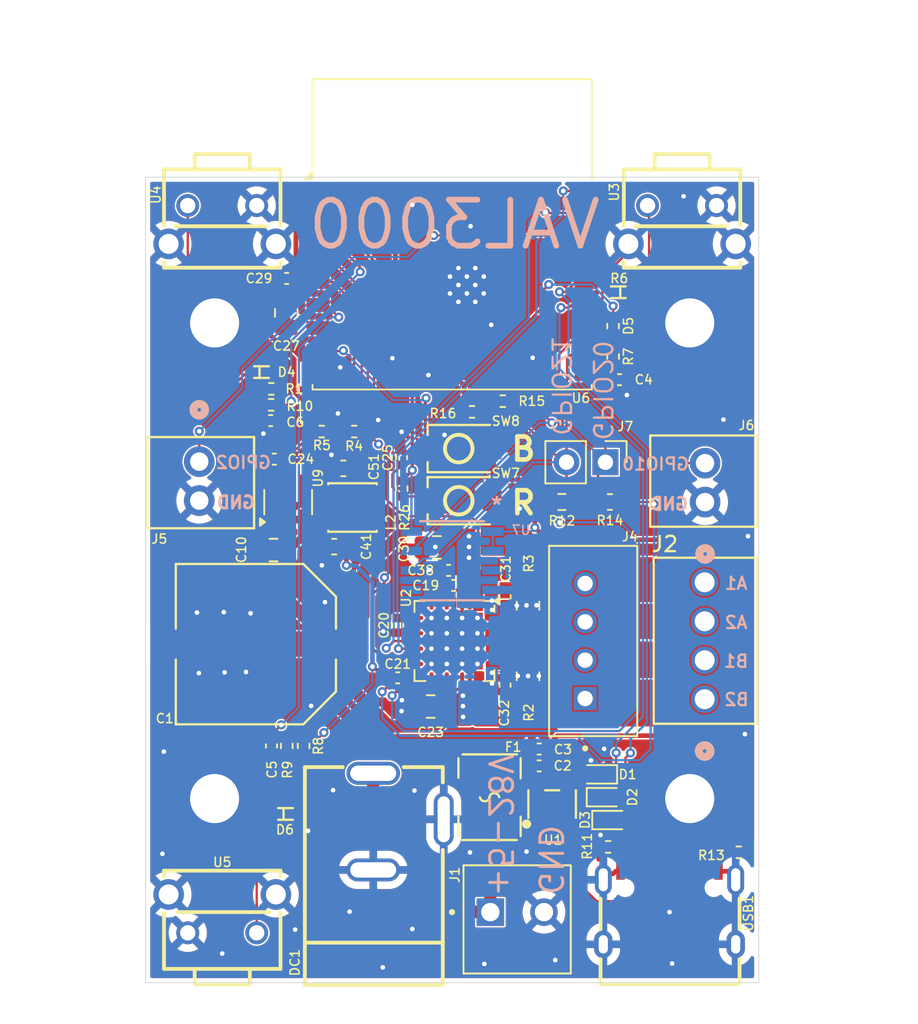
<source format=kicad_pcb>
(kicad_pcb (version 20241229) (generator "pcbnew") (generator_version "9.0")
  (layers (0 "F.Cu" signal) (4 "In1.Cu" mixed "GND3.Cu") (6 "In2.Cu" mixed "GND4.Cu") (2 "B.Cu" signal) (13 "F.Paste" user) (15 "B.Paste" user) (5 "F.SilkS" user "F.Silkscreen") (7 "B.SilkS" user "B.Silkscreen") (1 "F.Mask" user) (3 "B.Mask" user) (25 "Edge.Cuts" user))
  (net 0 "")
  (net 1 "GND")
  (net 2 "24V")
  (net 3 "Net-(U2-CPI)")
  (net 4 "Net-(U2-CPO)")
  (net 5 "Net-(U2-5VOUT)")
  (net 6 "Net-(U6-EN)")
  (net 7 "Net-(U2-VCP)")
  (net 8 "VBUS")
  (net 9 "USB_D-")
  (net 10 "USB_D+")
  (net 11 "Net-(U2-BRA)")
  (net 12 "Net-(U2-BRB)")
  (net 13 "TMC_UART_RX")
  (net 14 "TMC_UART_TX")
  (net 15 "3V3")
  (net 16 "Net-(U9-SW)")
  (net 17 "Net-(U9-BST)")
  (net 18 "TMC_EN")
  (net 19 "Net-(U6-IO9)")
  (net 22 "INDEX")
  (net 27 "STALLGUARD")
  (net 29 "BUTTON_2")
  (net 30 "BUTTON_1")
  (net 31 "BUTTON_WIFI_RESET")
  (net 32 "Net-(D4-Pad1)")
  (net 33 "Net-(D5-Pad1)")
  (net 34 "Net-(D6-Pad1)")
  (net 35 "0B2")
  (net 36 "0B1")
  (net 37 "0A2")
  (net 38 "0A1")
  (net 39 "DIR")
  (net 40 "STEP")
  (net 41 "Net-(USB1-CC1)")
  (net 42 "Net-(USB1-CC2)")
  (net 45 "USER_3{slash}END_1")
  (net 46 "USER_4{slash}END_2")
  (net 49 "USER_1{slash}STEP{slash}SCL")
  (net 50 "USER_2{slash}DIR{slash}SDA")
  (net 51 "Net-(DC1-Pad4)")
  (footprint "TS-1088-AR02016:SW-SMD_L3.9-W3.0-P4.45" (layer "F.Cu") (at 0.43 -3.91)
    (property "Reference" "SW7")
    (property "Value" "TS-1088-AR02016" (hide yes))
  )
  (footprint "footprints:CONN_OSTVN04A150_OST" (layer "F.Cu") (at 16.475 9.025 90)
    (property "Reference" "J2")
    (property "Value" "OSTVN04A150")
  )
  (footprint "Capacitor_SMD:C_0402_1005Metric" (layer "F.Cu") (at 10.92 -11.8 180)
    (property "Reference" "C4")
    (property "Value" "0.1uF" (hide yes))
  )
  (footprint "Resistor_SMD:R_0402_1005Metric" (layer "F.Cu") (at 18.7 19 180)
    (property "Reference" "R13")
    (property "Value" "5.1K" (hide yes))
  )
  (footprint "Capacitor_SMD:C_0402_1005Metric" (layer "F.Cu") (at -3.55 7.63)
    (property "Reference" "C21")
    (property "Value" "0.1uF" (hide yes))
  )
  (footprint "Resistor_SMD:R_0603_1608Metric" (layer "F.Cu") (at 7.160356 -3.82918 180)
    (property "Reference" "R12")
    (property "Value" "0R" (hide yes))
  )
  (footprint "Capacitor_SMD:C_0603_1608Metric" (layer "F.Cu") (at -7.1 -6.02)
    (property "Reference" "C51")
    (property "Value" "22uF" (hide yes))
  )
  (footprint "TC-6615-4.5-160G:KEY-TH_TC-6615-4.5-160G" (layer "F.Cu") (at 15 -21.9 180)
    (property "Reference" "U3")
    (property "Value" "TC-6615-4.5-160G" (hide yes))
  )
  (footprint "Resistor_SMD:R_0402_1005Metric" (layer "F.Cu") (at 10.175 18.65)
    (property "Reference" "R11")
    (property "Value" "5.1K" (hide yes))
  )
  (footprint "Capacitor_SMD:C_0805_2012Metric" (layer "F.Cu") (at -11.65 -0.695 180)
    (property "Reference" "C10")
    (property "Value" "10uF" (hide yes))
  )
  (footprint "Resistor_SMD:R_0402_1005Metric" (layer "F.Cu") (at 10.5 -13.31 -90)
    (property "Reference" "R7")
    (property "Value" "5.1K" (hide yes))
  )
  (footprint "Package_TO_SOT_SMD:TSOT-23-6" (layer "F.Cu") (at -10.7 -3.82 90)
    (property "Reference" "U9")
    (property "Value" "AP63203QWU-7" (hide yes))
  )
  (footprint "Capacitor_SMD:C_0402_1005Metric" (layer "F.Cu") (at -11.6 -6.62)
    (property "Reference" "C24")
    (property "Value" "0.1uF" (hide yes))
  )
  (footprint "Connector_PinHeader_2.54mm:PinHeader_1x02_P2.54mm_Vertical" (layer "F.Cu") (at 10 -6.42 -90)
    (property "Reference" "J7")
    (property "Value" "Conn_01x02_Pin" (hide yes))
  )
  (footprint "Resistor_SMD:R_0402_1005Metric" (layer "F.Cu") (at -11.809189 -10.161623)
    (property "Reference" "R10")
    (property "Value" "5.1K" (hide yes))
  )
  (footprint "RF_Module:ESP32-C3-WROOM-02" (layer "F.Cu") (at 0 -18.17)
    (property "Reference" "U6")
    (property "Value" "ESP32-C3-WROOM-02" (hide yes))
  )
  (footprint "Capacitor_SMD:C_0402_1005Metric" (layer "F.Cu") (at 5.68 13.37)
    (property "Reference" "C2")
    (property "Value" "0.1uF" (hide yes))
  )
  (footprint "Resistor_SMD:R_0402_1005Metric" (layer "F.Cu") (at -6.39 -8.42)
    (property "Reference" "R4")
    (property "Value" "1K" (hide yes))
  )
  (footprint "TS-1088-AR02016:SW-SMD_L3.9-W3.0-P4.45" (layer "F.Cu") (at 0.43 -7.31)
    (property "Reference" "SW8")
    (property "Value" "TS-1088-AR02016" (hide yes))
  )
  (footprint "Capacitor_SMD:C_0402_1005Metric" (layer "F.Cu") (at 3.45 2.35 -90)
    (property "Reference" "C31")
    (property "Value" "0.1uF" (hide yes))
  )
  (footprint "TC-6615-4.5-160G:KEY-TH_TC-6615-4.5-160G" (layer "F.Cu") (at -15 -21.9 180)
    (property "Reference" "U4")
    (property "Value" "TC-6615-4.5-160G" (hide yes))
  )
  (footprint "RT9080-33GJ5:TSOT-23-5_L2.9-W1.6-P0.95-LS2.8-BL" (layer "F.Cu") (at 6.524352 15.859597)
    (property "Reference" "U1")
    (property "Value" "RT9080-33GJ5" (hide yes))
  )
  (footprint "Resistor_SMD:R_0402_1005Metric" (layer "F.Cu") (at 1.3 -9.7)
    (property "Reference" "R16")
    (property "Value" "5.1K" (hide yes))
  )
  (footprint "Capacitor_SMD:C_0805_2012Metric" (layer "F.Cu") (at -1 -0.87 180)
    (property "Reference" "C30")
    (property "Value" "10uF" (hide yes))
  )
  (footprint "Capacitor_SMD:C_0603_1608Metric" (layer "F.Cu") (at 10.293458 -3.82918)
    (property "Reference" "R14")
    (property "Value" "0R" (hide yes))
  )
  (footprint "UWT1H221MNL1GS:CAP-SMD_BD10.0-L10.3-W10.3-LS11.3-FD" (layer "F.Cu") (at -12.8 5.43 180)
    (property "Reference" "C1")
    (property "Value" "220uF")
  )
  (footprint "Capacitor_SMD:C_0805_2012Metric" (layer "F.Cu") (at 4.95 2.93 90)
    (property "Reference" "R3")
    (property "Value" "0R10" (hide yes))
  )
  (footprint "Capacitor_SMD:C_0603_1608Metric" (layer "F.Cu") (at -7.7 -0.92)
    (property "Reference" "C41")
    (property "Value" "22uF" (hide yes))
  )
  (footprint "Capacitor_SMD:C_0402_1005Metric" (layer "F.Cu") (at -3.55 4.21 -90)
    (property "Reference" "C20")
    (property "Value" "4.7uF" (hide yes))
  )
  (footprint "Resistor_SMD:R_0402_1005Metric" (layer "F.Cu") (at -11.8 -11.2)
    (property "Reference" "R1")
    (property "Value" "10K" (hide yes))
  )
  (footprint "TC-6615-4.5-160G:KEY-TH_TC-6615-4.5-160G" (layer "F.Cu") (at -15 23)
    (property "Reference" "U5")
    (property "Value" "TC-6615-4.5-160G" (hide yes))
  )
  (footprint "footprints:CONN_OSTVN02A150_OST" (layer "F.Cu") (at -16.5 -6.46 -90)
    (property "Reference" "J5")
    (property "Value" "OSTVN02A150" (hide yes))
  )
  (footprint "Diode_SMD:D_SOD-523" (layer "F.Cu") (at 9.5 13.92 180)
    (property "Reference" "D1")
    (property "Value" "SOD-523_BSD5C051L" (hide yes))
  )
  (footprint "Resistor_SMD:R_0402_1005Metric" (layer "F.Cu") (at -9.69 12.07 -90)
    (property "Reference" "R8")
    (property "Value" "10K" (hide yes))
  )
  (footprint "Capacitor_SMD:C_0402_1005Metric" (layer "F.Cu") (at 0.1 1.61 180)
    (property "Reference" "C19")
    (property "Value" "22nF" (hide yes))
  )
  (footprint "Capacitor_SMD:C_0402_1005Metric" (layer "F.Cu") (at 3.45 8.11 90)
    (property "Reference" "C32")
    (property "Value" "0.1uF" (hide yes))
  )
  (footprint "Capacitor_SMD:C_0402_1005Metric" (layer "F.Cu") (at -11.841492 -9.132278)
    (property "Reference" "C6")
    (property "Value" "0.1uF" (hide yes))
  )
  (footprint "Package_DFN_QFN:VQFN-28-1EP_5x5mm_P0.5mm_EP3.7x3.7mm_ThermalVias" (layer "F.Cu") (at 0.15 5.23 -90)
    (property "Reference" "U2")
    (property "Value" "TMC2209-LA-T" (hide yes))
  )
  (footprint "Capacitor_SMD:C_0805_2012Metric" (layer "F.Cu") (at -10.82 -16.15 -90)
    (property "Reference" "C27")
    (property "Value" "10uF" (hide yes))
  )
  (footprint "Resistor_SMD:R_0402_1005Metric" (layer "F.Cu") (at 3.3 -10.4)
    (property "Reference" "R15")
    (property "Value" "5.1K" (hide yes))
  )
  (footprint "Resistor_SMD:R_0402_1005Metric" (layer "F.Cu") (at 10.5 -15.29 -90)
    (property "Reference" "R6")
    (property "Value" "10K" (hide yes))
  )
  (footprint "1984617:PHOENIX_1984617" (layer "F.Cu") (at 0.74 26.9)
    (property "Reference" "J1")
    (property "Value" "1984617" (hide yes))
  )
  (footprint "SWPA3015S3R3MT:IND-SMD_L3.0-W3.0_FNR30XXS" (layer "F.Cu") (at -6.5 -3.47 180)
    (property "Reference" "L2")
    (property "Value" "L" (hide yes))
  )
  (footprint "Capacitor_SMD:C_0402_1005Metric" (layer "F.Cu") (at -11.79 12.07 90)
    (property "Reference" "C5")
    (property "Value" "0.1uF" (hide yes))
  )
  (footprint "B4B-XH-A:JST_B4B-XH-A" (layer "F.Cu") (at 9.2 5.23 -90)
    (property "Reference" "J4")
    (property "Value" "B4B-XH-A" (hide yes))
  )
  (footprint "Capacitor_SMD:C_0402_1005Metric" (layer "F.Cu") (at -0.23 0.63)
    (property "Reference" "C38")
    (property "Value" "0.1uF" (hide yes))
  )
  (footprint "Capacitor_SMD:C_0402_1005Metric" (layer "F.Cu") (at 5.68 12.27)
    (property "Reference" "C3")
    (property "Value" "0.1uF" (hide yes))
  )
  (footprint "footprints:CONN_OSTVN02A150_OST" (layer "F.Cu") (at 16.5 -3.82 90)
    (property "Reference" "J6")
    (property "Value" "OSTVN02A150" (hide yes))
  )
  (footprint "Resistor_SMD:R_0402_1005Metric" (layer "F.Cu") (at -3.29 -4.7 -90)
    (property "Reference" "R26")
    (property "Value" "10K" (hide yes))
  )
  (footprint "Diode_SMD:D_SOD-523" (layer "F.Cu") (at 10.4 16.9)
    (property "Reference" "D3")
    (property "Value" "SOD-523_BSD5C051L" (hide yes))
  )
  (footprint "Capacitor_SMD:C_0805_2012Metric" (layer "F.Cu") (at -1.4 9.5 180)
    (property "Reference" "C23")
    (property "Value" "10uF" (hide yes))
  )
  (footprint "ESD9L3-3ST5G:SOD-923_L0.8-W0.6-LS1.0-RD" (layer "F.Cu") (at -10.87 16.5)
    (property "Reference" "D6")
    (property "Value" "ESD9L3.3ST5G" (hide yes))
  )
  (footprint "Resistor_SMD:R_0402_1005Metric" (layer "F.Cu") (at -10.79 12.07 90)
    (property "Reference" "R9")
    (property "Value" "5.1K" (hide yes))
  )
  (footprint "Diode_SMD:D_SOD-523" (layer "F.Cu") (at 10.04 15.41)
    (property "Reference" "D2")
    (property "Value" "SOD-523_BSD5C051L" (hide yes))
  )
  (footprint "ESD9L3-3ST5G:SOD-923_L0.8-W0.6-LS1.0-RD" (layer "F.Cu") (at -12.437391 -12.294284)
    (property "Reference" "D4")
    (property "Value" "ESD9L3.3ST5G" (hide yes))
  )
  (footprint "Capacitor_SMD:C_0402_1005Metric" (layer "F.Cu") (at -10.8 -18.4 180)
    (property "Reference" "C29")
    (property "Value" "0.1uF" (hide yes))
  )
  (footprint "BSMD1812-200-30V:F1812" (layer "F.Cu") (at 2.44 15.41 -90)
    (property "Reference" "F1")
    (property "Value" "BSMD1812-200-30V" (hide yes))
  )
  (footprint "Resistor_SMD:R_0402_1005Metric" (layer "F.Cu") (at -8.51 -8.42 180)
    (property "Reference" "R5")
    (property "Value" "10K" (hide yes))
  )
  (footprint "USB-C-LCSC_C2765186:USB-C-SMD_TYPE-C-6PIN-2MD-073" (layer "F.Cu") (at 14.18 22.62)
    (property "Reference" "USB1")
    (property "Value" "TYPE-C 16PIN 2MD(073)" (hide yes))
  )
  (footprint "DC-005:DC-IN-TH_DC-005-5.5-2.0" (layer "F.Cu") (at -2.85 17 90)
    (property "Reference" "DC1")
    (property "Value" "DC-005 5.5-2.0MM" (hide yes))
  )
  (footprint "ESD9L3-3ST5G:SOD-923_L0.8-W0.6-LS1.0-RD" (layer "F.Cu") (at 10.84 -17.5 180)
    (property "Reference" "D5")
    (property "Value" "ESD9L3.3ST5G" (hide yes))
  )
  (footprint "Capacitor_SMD:C_0402_1005Metric" (layer "F.Cu") (at -3.3 -6.72 90)
    (property "Reference" "C25")
    (property "Value" "0.1uF" (hide yes))
  )
  (footprint "Capacitor_SMD:C_0805_2012Metric" (layer "F.Cu") (at 4.95 7.53 -90)
    (property "Reference" "R2")
    (property "Value" "0R10" (hide yes))
  )
  (footprint "AS5600L-ASOM_AMS:AS5600L-ASOM_AMS" (layer "B.Cu") (at 0 0 180)
    (property "Reference" "U7")
    (property "Value" "AS5600L-ASOM" (hide yes))
  )
  (gr_line (start 20 -25) (end -20 -25) (stroke (width 0.05)) (layer "Edge.Cuts"))
  (gr_line (start -20 27.5) (end 20 27.5) (stroke (width 0.05)) (layer "Edge.Cuts"))
  (gr_line (start 20 27.5) (end 20 -25) (stroke (width 0.05)) (layer "Edge.Cuts"))
  (gr_line (start -20 -25) (end -20 27.5) (stroke (width 0.05)) (layer "Edge.Cuts"))
  (gr_text "B" (at 3.7 -6.4 0) (layer "F.SilkS") (effects (font (size 1.5 1.5) (thickness 0.3) (bold yes)) (justify left bottom)))
  (gr_text "R" (at 3.7 -2.9 0) (layer "F.SilkS") (effects (font (size 1.5 1.5) (thickness 0.3) (bold yes)) (justify left bottom)))
  (gr_text "+5-28V" (at 3.13 17.25 270) (layer "B.SilkS") (effects (font (size 1.5 1.5) (thickness 0.1875)) (justify mirror)))
  (gr_text "A2" (at 18.525 4.025 0) (layer "B.SilkS") (effects (font (size 0.8 0.8)) (justify mirror)))
  (gr_text "GND" (at -14.1 -3.8 0) (layer "B.SilkS") (effects (font (size 0.8 0.8) (thickness 0.1875)) (justify mirror)))
  (gr_text "GND" (at 14.15 -3.7 0) (layer "B.SilkS") (effects (font (size 0.8 0.8) (thickness 0.1875)) (justify mirror)))
  (gr_text "GPIO21" (at 7.1 -11.4 270) (layer "B.SilkS") (effects (font (size 1.2 1.2)) (justify mirror)))
  (gr_text "B1" (at 18.525 6.55 0) (layer "B.SilkS") (effects (font (size 0.8 0.8)) (justify mirror)))
  (gr_text "A1" (at 18.525 1.475 0) (layer "B.SilkS") (effects (font (size 0.8 0.8)) (justify mirror)))
  (gr_text "GPIO10\n" (at 13.275 -6.3 0) (layer "B.SilkS") (effects (font (size 0.8 0.8)) (justify mirror)))
  (gr_text "GPIO2" (at -13.625 -6.4 0) (layer "B.SilkS") (effects (font (size 0.8 0.8)) (justify mirror)))
  (gr_text "GPIO20" (at 9.8 -11.1 270) (layer "B.SilkS") (effects (font (size 1.2 1.2)) (justify mirror)))
  (gr_text "B2" (at 18.55 9.05 0) (layer "B.SilkS") (effects (font (size 0.8 0.8)) (justify mirror)))
  (gr_text "GND" (at 6.4 19.5 270) (layer "B.SilkS") (effects (font (size 1.5 1.5) (thickness 0.1875)) (justify mirror)))
  (gr_text "VAL3000" (at 0.15 -21.9 0) (layer "B.SilkS") (effects (font (size 3 3) (thickness 0.375)) (justify mirror)))
  (segment (start 9.34 15.41) (end 9.34 15.4) (width 0.15) (layer "F.Cu") (net 1))
  (segment (start -9 -3.62) (end -9 -1.445) (width 0.3) (layer "F.Cu") (net 1))
  (segment (start -2.3 6.23) (end -0.85 6.23) (width 0.2) (layer "F.Cu") (net 1))
  (segment (start -4.41 4.69) (end -4.5 4.6) (width 0.15) (layer "F.Cu") (net 1))
  (segment (start -8.475 0.275) (end -8.475 -0.92) (width 0.3) (layer "F.Cu") (net 1))
  (segment (start 9.68 17.87) (end 9.68 18.635) (width 0.15) (layer "F.Cu") (net 1))
  (segment (start 0.65 4.73) (end 0.15 5.23) (width 0.15) (layer "F.Cu") (net 1))
  (segment (start -1.13 -0.87) (end -1.95 -0.87) (width 0.3) (layer "F.Cu") (net 1))
  (segment (start 0.15 7.68) (end 0.15 5.23) (width 0.2) (layer "F.Cu") (net 1))
  (segment (start 10.66 20.24) (end 10.5 20.4) (width 0.3) (layer "F.Cu") (net 1))
  (segment (start -14.68 -13.38) (end -16.3 -15) (width 0.15) (layer "F.Cu") (net 1))
  (segment (start -7.875 -6.9) (end -7.875 -6.02) (width 0.3) (layer "F.Cu") (net 1))
  (segment (start -3.55 4.69) (end -4.41 4.69) (width 0.15) (layer "F.Cu") (net 1))
  (segment (start -0.85 6.23) (end 0.15 5.23) (width 0.2) (layer "F.Cu") (net 1))
  (segment (start -9.75 -4.37) (end -9 -3.62) (width 0.3) (layer "F.Cu") (net 1))
  (segment (start 0.65 2.78) (end 0.65 3.73) (width 0.2) (layer "F.Cu") (net 1))
  (segment (start -8.75 -12.17) (end -7.73 -12.17) (width 0.2) (layer "F.Cu") (net 1))
  (segment (start 18.35 20.24) (end 18.5 20.39) (width 0.3) (layer "F.Cu") (net 1))
  (segment (start 10.2 14.54) (end 10.2 13.92) (width 0.15) (layer "F.Cu") (net 1))
  (segment (start -1.1 -0.9) (end -1.13 -0.87) (width 0.3) (layer "F.Cu") (net 1))
  (segment (start 0.65 2.78) (end 0.65 4.73) (width 0.15) (layer "F.Cu") (net 1))
  (segment (start 9.87 20.4) (end 9.86 20.39) (width 0.3) (layer "F.Cu") (net 1))
  (segment (start 10.3 -17.5) (end 10.3 -18.95) (width 0.15) (layer "F.Cu") (net 1))
  (segment (start 10.3 -18.95) (end 11.5 -20.15) (width 0.15) (layer "F.Cu") (net 1))
  (segment (start -8.5 0.3) (end -8.475 0.275) (width 0.3) (layer "F.Cu") (net 1))
  (segment (start 9.34 15.4) (end 10.2 14.54) (width 0.15) (layer "F.Cu") (net 1))
  (segment (start 10.98 20.24) (end 10.66 20.24) (width 0.3) (layer "F.Cu") (net 1))
  (segment (start 17.38 20.24) (end 18.35 20.24) (width 0.3) (layer "F.Cu") (net 1))
  (segment (start -9.75 -4.9575) (end -9.75 -4.37) (width 0.3) (layer "F.Cu") (net 1))
  (segment (start -12.321492 -8.291253) (end -12.321492 -9.132278) (width 0.2) (layer "F.Cu") (net 1))
  (segment (start 10.5 20.4) (end 9.87 20.4) (width 0.3) (layer "F.Cu") (net 1))
  (segment (start -7.73 -12.17) (end -7.3 -12.6) (width 0.2) (layer "F.Cu") (net 1))
  (segment (start -9 -1.445) (end -8.475 -0.92) (width 0.3) (layer "F.Cu") (net 1))
  (segment (start 11.4 -11.8) (end 11.4 -10.8) (width 0.15) (layer "F.Cu") (net 1))
  (segment (start 9.68 18.635) (end 9.665 18.65) (width 0.15) (layer "F.Cu") (net 1))
  (via (at -0.5 -8.2) (size 0.6) (drill 0.3) (layers "F.Cu" "B.Cu") (net 1))
  (via (at 1.2 -21.8) (size 0.6) (drill 0.3) (layers "F.Cu" "B.Cu") (net 1))
  (via (at 14.35 26.25) (size 0.6) (drill 0.3) (layers "F.Cu" "B.Cu") (net 1))
  (via (at -4.825 -9.175) (size 0.6) (drill 0.3) (layers "F.Cu" "B.Cu") (net 1))
  (via (at 9.052742 13.017258) (size 0.6) (drill 0.3) (layers "F.Cu" "B.Cu") (net 1))
  (via (at -6.69 22.87) (size 0.6) (drill 0.3) (layers "F.Cu" "B.Cu") (net 1))
  (via (at -7.77 14.95) (size 0.6) (drill 0.3) (layers "F.Cu" "B.Cu") (net 1))
  (via (at 1.16 19.01) (size 0.6) (drill 0.3) (layers "F.Cu" "B.Cu") (net 1))
  (via (at -4.5 4.6) (size 0.6) (drill 0.3) (layers "F.Cu" "B.Cu") (net 1))
  (via (at -1.1 -0.9) (size 0.6) (drill 0.3) (layers "F.Cu" "B.Cu") (net 1))
  (via (at 15.5 15.5) (size 6.4) (drill 3.2) (layers "F.Cu" "B.Cu") (net 1))
  (via (at -16.65 3.375) (size 0.6) (drill 0.3) (layers "F.Cu" "B.Cu") (net 1))
  (via (at -7.3 -12.6) (size 0.6) (drill 0.3) (layers "F.Cu" "B.Cu") (net 1))
  (via (at 11.4 -10.8) (size 0.6) (drill 0.3) (layers "F.Cu" "B.Cu") (net 1))
  (via (at -15.5 15.5) (size 6.4) (drill 3.2) (layers "F.Cu" "B.Cu") (net 1))
  (via (at 4.85 18.95) (size 0.6) (drill 0.3) (layers "F.Cu" "B.Cu") (net 1))
  (via (at -8.5 0.3) (size 0.6) (drill 0.3) (layers "F.Cu" "B.Cu") (net 1))
  (via (at -2.46 14.98) (size 0.6) (drill 0.3) (layers "F.Cu" "B.Cu") (net 1))
  (via (at -8.3 2.7) (size 0.6) (drill 0.3) (layers "F.Cu" "B.Cu") (net 1))
  (via (at -4.525 26.5) (size 0.6) (drill 0.3) (layers "F.Cu" "B.Cu") (net 1))
  (via (at -15.5 -15.5) (size 6.4) (drill 3.2) (layers "F.Cu" "B.Cu") (net 1))
  (via (at -3.280311 9.088821) (size 0.6) (drill 0.3) (layers "F.Cu" "B.Cu") (net 1))
  (via (at 15.5 -15.5) (size 6.4) (drill 3.2) (layers "F.Cu" "B.Cu") (net 1))
  (via (at -14.85 7.275) (size 0.6) (drill 0.3) (layers "F.Cu" "B.Cu") (net 1))
  (via (at -18.81 12.44) (size 0.6) (drill 0.3) (layers "F.Cu" "B.Cu") (net 1))
  (via (at 4.283009 7.502105) (size 0.6) (drill 0.3) (layers "F.Cu" "B.Cu") (net 1))
  (via (at 9.68 17.87) (size 0.6) (drill 0.3) (layers "F.Cu" "B.Cu") (net 1))
  (via (at 19.1 11.3) (size 0.6) (drill 0.3) (layers "F.Cu" "B.Cu") (net 1))
  (via (at -7.45 -9.6) (size 0.6) (drill 0.3) (layers "F.Cu" "B.Cu") (net 1))
  (via (at -13.15 3.425) (size 0.6) (drill 0.3) (layers "F.Cu" "B.Cu") (net 1))
  (via (at 4.955205 7.509126) (size 0.6) (drill 0.3) (layers "F.Cu" "B.Cu") (net 1))
  (via (at 5.5 2.9) (size 0.6) (drill 0.3) (layers "F.Cu" "B.Cu") (net 1))
  (via (at -10.24 24.04) (size 0.6) (drill 0.3) (layers "F.Cu" "B.Cu") (net 1))
  (via (at -2.6 24) (size 0.6) (drill 0.3) (layers "F.Cu" "B.Cu") (net 1))
  (via (at 15.1 -23.75) (size 0.6) (drill 0.3) (layers "F.Cu" "B.Cu") (net 1))
  (via (at -7.875 -6.9) (size 0.6) (drill 0.3) (layers "F.Cu" "B.Cu") (net 1))
  (via (at -15 25.6) (size 0.6) (drill 0.3) (layers "F.Cu" "B.Cu") (net 1))
  (via (at -3.9 -13.2) (size 0.6) (drill 0.3) (layers "F.Cu" "B.Cu") (net 1))
  (via (at 5.25 -13.225) (size 0.6) (drill 0.3) (layers "F.Cu" "B.Cu") (net 1))
  (via (at 17.7 -9.2) (size 0.6) (drill 0.3) (layers "F.Cu" "B.Cu") (net 1))
  (via (at 14.18 22.9) (size 0.6) (drill 0.3) (layers "F.Cu" "B.Cu") (net 1))
  (via (at -13.45 7.25) (size 0.6) (drill 0.3) (layers "F.Cu" "B.Cu") (net 1))
  (via (at 4.85 2.91) (size 0.6) (drill 0.3) (layers "F.Cu" "B.Cu") (net 1))
  (via (at -1.5 0.6) (size 0.6) (drill 0.3) (layers "F.Cu" "B.Cu") (net 1))
  (via (at 19.3 -1.6) (size 0.6) (drill 0.3) (layers "F.Cu" "B.Cu") (net 1))
  (via (at 2.55 -15.375) (size 0.6) (drill 0.3) (layers "F.Cu" "B.Cu") (net 1))
  (via (at 5.655208 7.509126) (size 0.6) (drill 0.3) (layers "F.Cu" "B.Cu") (net 1))
  (via (at -9.2 9.46) (size 0.6) (drill 0.3) (layers "F.Cu" "B.Cu") (net 1))
  (via (at -2.6 -23.2) (size 0.6) (drill 0.3) (layers "F.Cu" "B.Cu") (net 1))
  (via (at -14.9 3.35) (size 0.6) (drill 0.3) (layers "F.Cu" "B.Cu") (net 1))
  (via (at 9.92 12.26) (size 0.6) (drill 0.3) (layers "F.Cu" "B.Cu") (net 1))
  (via (at -1.55 -12.1) (size 0.6) (drill 0.3) (layers "F.Cu" "B.Cu") (net 1))
  (via (at 4.22 2.92) (size 0.6) (drill 0.3) (layers "F.Cu" "B.Cu") (net 1))
  (via (at -3.3 -8.4) (size 0.6) (drill 0.3) (layers "F.Cu" "B.Cu") (net 1))
  (via (at 6.725 26.025) (size 0.6) (drill 0.3) (layers "F.Cu" "B.Cu") (net 1))
  (via (at -18.9 19.1) (size 0.6) (drill 0.3) (layers "F.Cu" "B.Cu") (net 1))
  (via (at -3.3 9.8) (size 0.6) (drill 0.3) (layers "F.Cu" "B.Cu") (net 1))
  (via (at 4.4 -3.4) (size 0.6) (drill 0.3) (layers "F.Cu" "B.Cu") (net 1))
  (via (at -16.525 7.325) (size 0.6) (drill 0.3) (layers "F.Cu" "B.Cu") (net 1))
  (via (at -12.31614 -8.285901) (size 0.6) (drill 0.3) (layers "F.Cu" "B.Cu") (net 1))
  (via (at 2.1 26.275) (size 0.6) (drill 0.3) (layers "F.Cu" "B.Cu") (net 1))
  (via (at -9.4 17.6) (size 0.6) (drill 0.3) (layers "F.Cu" "B.Cu") (net 1))
  (segment (start -0.9 10.8) (end -4.1 10.8) (width 0.8) (layer "F.Cu") (net 2))
  (segment (start -7.69 5.43) (end -8.3 5.43) (width 0.8) (layer "F.Cu") (net 2))
  (segment (start -0.45 9.5) (end -0.45 10.35) (width 0.8) (layer "F.Cu") (net 2))
  (segment (start -4.1 10.8) (end -6.3 8.6) (width 0.8) (layer "F.Cu") (net 2))
  (segment (start -0.05 0.15) (end -0.05 -0.87) (width 0.3) (layer "F.Cu") (net 2))
  (segment (start -8.3 5.43) (end -8.3 8.63) (width 0.8) (layer "F.Cu") (net 2))
  (segment (start -9.75 -1.57) (end -10.425 -0.895) (width 0.5) (layer "F.Cu") (net 2))
  (segment (start -10.7 -2.6825) (end -9.75 -2.6825) (width 0.5) (layer "F.Cu") (net 2))
  (segment (start -0.65 -2.32) (end -2.8 -2.32) (width 0.8) (layer "F.Cu") (net 2))
  (segment (start -2.8 -2.32) (end -3.899 -1.221) (width 0.8) (layer "F.Cu") (net 2))
  (segment (start 0.25 0.63) (end 0.25 0.45) (width 0.3) (layer "F.Cu") (net 2))
  (segment (start -8.3 8.63) (end -4.7 12.23) (width 0.8) (layer "F.Cu") (net 2))
  (segment (start -5.783072 3.563072) (end -7.65 5.43) (width 0.8) (layer "F.Cu") (net 2))
  (segment (start -7.65 5.43) (end -8.3 5.43) (width 0.8) (layer "F.Cu") (net 2))
  (segment (start -10.9 -0.895) (end -10.7 -0.695) (width 0.5) (layer "F.Cu") (net 2))
  (segment (start -6.3 6.82) (end -7.69 5.43) (width 0.8) (layer "F.Cu") (net 2))
  (segment (start -6.3 8.6) (end -6.3 6.82) (width 0.8) (layer "F.Cu") (net 2))
  (segment (start -3.899 -1.221) (end -3.906786 -1.221) (width 0.8) (layer "F.Cu") (net 2))
  (segment (start -0.45 10.35) (end -0.9 10.8) (width 0.8) (layer "F.Cu") (net 2))
  (segment (start -0.65 -2.32) (end -0.05 -1.72) (width 0.8) (layer "F.Cu") (net 2))
  (segment (start -1.64 12.23) (end -0.31 13.56) (width 0.8) (layer "F.Cu") (net 2))
  (segment (start -10.425 -0.895) (end -10.9 -0.895) (width 0.5) (layer "F.Cu") (net 2))
  (segment (start -5.783072 0.655286) (end -5.783072 3.563072) (width 0.8) (layer "F.Cu") (net 2))
  (segment (start -0.35 -0.29) (end -0.41 -0.35) (width 0.15) (layer "F.Cu") (net 2))
  (segment (start -4.7 12.23) (end -1.64 12.23) (width 0.8) (layer "F.Cu") (net 2))
  (segment (start -9.75 -2.6825) (end -9.75 -1.57) (width 0.5) (layer "F.Cu") (net 2))
  (segment (start -10.7 -0.695) (end -10.7 2.58) (width 0.8) (layer "F.Cu") (net 2))
  (segment (start -3.906786 -1.221) (end -5.783072 0.655286) (width 0.8) (layer "F.Cu") (net 2))
  (segment (start 0.25 0.45) (end -0.05 0.15) (width 0.3) (layer "F.Cu") (net 2))
  (segment (start -0.31 13.56) (end 2.44 13.56) (width 0.8) (layer "F.Cu") (net 2))
  (segment (start -0.05 -1.72) (end -0.05 -0.87) (width 0.8) (layer "F.Cu") (net 2))
  (segment (start -8.3 4.98) (end -8.3 5.43) (width 0.8) (layer "F.Cu") (net 2))
  (segment (start -10.7 2.58) (end -8.3 4.98) (width 0.8) (layer "F.Cu") (net 2))
  (via (at 2.6 8) (size 0.6) (drill 0.3) (layers "F.Cu" "B.Cu") (net 2))
  (via (at 0.71389 10.178232) (size 0.6) (drill 0.3) (layers "F.Cu" "B.Cu") (net 2))
  (via (at 2.6 7.3) (size 0.6) (drill 0.3) (layers "F.Cu" "B.Cu") (net 2))
  (via (at 0.70416 9.478297) (size 0.6) (drill 0.3) (layers "F.Cu" "B.Cu") (net 2))
  (via (at 0.7 8.8) (size 0.6) (drill 0.3) (layers "F.Cu" "B.Cu") (net 2))
  (via (at 2.60233 2.596953) (size 0.6) (drill 0.3) (layers "F.Cu" "B.Cu") (net 2))
  (via (at 1.1 -0.2) (size 0.6) (drill 0.3) (layers "F.Cu" "B.Cu") (net 2))
  (via (at 1.1 -1.6) (size 0.6) (drill 0.3) (layers "F.Cu" "B.Cu") (net 2))
  (via (at 2.6 3.2) (size 0.6) (drill 0.3) (layers "F.Cu" "B.Cu") (net 2))
  (via (at 1.1 -0.9) (size 0.6) (drill 0.3) (layers "F.Cu" "B.Cu") (net 2))
  (segment (start -0.35 1.64) (end -0.38 1.61) (width 0.15) (layer "F.Cu") (net 3))
  (segment (start -0.35 2.78) (end -0.35 1.64) (width 0.15) (layer "F.Cu") (net 3))
  (segment (start 0.15 2.04) (end 0.58 1.61) (width 0.15) (layer "F.Cu") (net 4))
  (segment (start 0.15 2.78) (end 0.15 2.04) (width 0.15) (layer "F.Cu") (net 4))
  (segment (start -2.3 3.73) (end -3.55 3.73) (width 0.2) (layer "F.Cu") (net 5))
  (segment (start -5.1 -10.65) (end -3.9 -9.45) (width 0.15) (layer "F.Cu") (net 6))
  (segment (start -2.03 -4.19) (end -1.75 -3.91) (width 0.15) (layer "F.Cu") (net 6))
  (segment (start -3.29 -4.19) (end -3.9 -4.8) (width 0.15) (layer "F.Cu") (net 6))
  (segment (start -3.9 -5.64) (end -3.3 -6.24) (width 0.15) (layer "F.Cu") (net 6))
  (segment (start -3.9 -6.84) (end -3.3 -6.24) (width 0.15) (layer "F.Cu") (net 6))
  (segment (start -3.9 -9.45) (end -3.9 -6.84) (width 0.15) (layer "F.Cu") (net 6))
  (segment (start -5.1 -19.55) (end -5.1 -10.65) (width 0.15) (layer "F.Cu") (net 6))
  (segment (start -8.75 -22.67) (end -8.22 -22.67) (width 0.15) (layer "F.Cu") (net 6))
  (segment (start -8.22 -22.67) (end -5.1 -19.55) (width 0.15) (layer "F.Cu") (net 6))
  (segment (start -3.29 -4.19) (end -2.03 -4.19) (width 0.15) (layer "F.Cu") (net 6))
  (segment (start -3.9 -4.8) (end -3.9 -5.64) (width 0.15) (layer "F.Cu") (net 6))
  (segment (start -0.975 2.005) (end -0.975 0.895) (width 0.15) (layer "F.Cu") (net 7))
  (segment (start -0.85 2.13) (end -0.975 2.005) (width 0.15) (layer "F.Cu") (net 7))
  (segment (start -0.975 0.895) (end -0.71 0.63) (width 0.15) (layer "F.Cu") (net 7))
  (segment (start -0.85 2.13) (end -0.85 2.78) (width 0.15) (layer "F.Cu") (net 7))
  (segment (start 9.4 22.27) (end 11.73 22.27) (width 0.3) (layer "F.Cu") (net 8))
  (segment (start 11.78 20.747926) (end 11.78 19.84) (width 0.3) (layer "F.Cu") (net 8))
  (segment (start 7.074352 18.009597) (end 7.079597 18.009597) (width 0.3) (layer "F.Cu") (net 8))
  (segment (start 15.270276 21.959) (end 12.041 21.959) (width 0.3) (layer "F.Cu") (net 8))
  (segment (start 5.574352 17.609597) (end 5.974352 18.009597) (width 0.3) (layer "F.Cu") (net 8))
  (segment (start 7.474352 17.609597) (end 7.474352 17.009597) (width 0.3) (layer "F.Cu") (net 8))
  (segment (start 7.074352 18.009597) (end 7.474352 17.609597) (width 0.3) (layer "F.Cu") (net 8))
  (segment (start 16.58 19.84) (end 16.58 20.649276) (width 0.3) (layer "F.Cu") (net 8))
  (segment (start 11.73 22.27) (end 12.041 21.959) (width 0.3) (layer "F.Cu") (net 8))
  (segment (start 8.68 21.55) (end 9.4 22.27) (width 0.3) (layer "F.Cu") (net 8))
  (segment (start 7.079597 18.009597) (end 8.68 19.61) (width 0.3) (layer "F.Cu") (net 8))
  (segment (start 12.041 21.959) (end 12.041 21.008926) (width 0.3) (layer "F.Cu") (net 8))
  (segment (start 5.574352 17.009597) (end 5.574352 17.609597) (width 0.3) (layer "F.Cu") (net 8))
  (segment (start 8.68 19.61) (end 8.68 21.55) (width 0.3) (layer "F.Cu") (net 8))
  (segment (start 7.474352 17.009597) (end 7.474352 16.025648) (width 0.3) (layer "F.Cu") (net 8))
  (segment (start 12.041 21.008926) (end 11.78 20.747926) (width 0.3) (layer "F.Cu") (net 8))
  (segment (start 5.974352 18.009597) (end 7.074352 18.009597) (width 0.3) (layer "F.Cu") (net 8))
  (segment (start 7.474352 16.025648) (end 8.8 14.7) (width 0.3) (layer "F.Cu") (net 8))
  (segment (start 16.58 20.649276) (end 15.270276 21.959) (width 0.3) (layer "F.Cu") (net 8))
  (segment (start 8.8 14.7) (end 8.8 13.92) (width 0.3) (layer "F.Cu") (net 8))
  (segment (start 10.7 15.37) (end 10.74 15.41) (width 0.15) (layer "F.Cu") (net 9))
  (segment (start 7.795 -16.67) (end 8.75 -16.67) (width 0.15) (layer "F.Cu") (net 9))
  (segment (start 10.36 17.11) (end 11.45 18.2) (width 0.15) (layer "F.Cu") (net 9))
  (segment (start 13.43 21.13) (end 13.6 21.3) (width 0.15) (layer "F.Cu") (net 9))
  (segment (start 10.7 12.518115) (end 10.7 15.37) (width 0.15) (layer "F.Cu") (net 9))
  (segment (start 13.6 21.3) (end 14.3 21.3) (width 0.15) (layer "F.Cu") (net 9))
  (segment (start 12.3 18.2) (end 13.43 19.33) (width 0.15) (layer "F.Cu") (net 9))
  (segment (start 10.36 16.37) (end 10.36 17.11) (width 0.15) (layer "F.Cu") (net 9))
  (segment (start 7.625 -16.5) (end 7.795 -16.67) (width 0.15) (layer "F.Cu") (net 9))
  (segment (start 10.74 15.99) (end 10.36 16.37) (width 0.15) (layer "F.Cu") (net 9))
  (segment (start 10.74 15.41) (end 10.74 15.99) (width 0.15) (layer "F.Cu") (net 9))
  (segment (start 13.43 19.33) (end 13.43 21.13) (width 0.15) (layer "F.Cu") (net 9))
  (segment (start 14.43 21.17) (end 14.43 19.84) (width 0.15) (layer "F.Cu") (net 9))
  (segment (start 11.45 18.2) (end 12.3 18.2) (width 0.15) (layer "F.Cu") (net 9))
  (segment (start 14.3 21.3) (end 14.43 21.17) (width 0.15) (layer "F.Cu") (net 9))
  (segment (start 7.1 -16.5) (end 7.625 -16.5) (width 0.15) (layer "F.Cu") (net 9))
  (via (at 7.1 -16.5) (size 0.6) (drill 0.3) (layers "F.Cu" "B.Cu") (net 9))
  (via (at 10.7 12.518115) (size 0.6) (drill 0.3) (layers "F.Cu" "B.Cu") (net 9))
  (segment (start 11.43871 11.159876) (end 11.440124 11.159876) (width 0.15) (layer "B.Cu") (net 9))
  (segment (start 12.449 -7.051) (end 7 -12.5) (width 0.15) (layer "B.Cu") (net 9))
  (segment (start 7 -16.4) (end 7.1 -16.5) (width 0.15) (layer "B.Cu") (net 9))
  (segment (start 11.159876 11.440124) (end 11.159876 11.43871) (width 0.15) (layer "B.Cu") (net 9))
  (segment (start 10.7 11.9) (end 11.159876 11.440124) (width 0.15) (layer "B.Cu") (net 9))
  (segment (start 11.159876 11.43871) (end 11.43871 11.159876) (width 0.15) (layer "B.Cu") (net 9))
  (segment (start 12.449 10.151) (end 12.449 -7.051) (width 0.15) (layer "B.Cu") (net 9))
  (segment (start 10.7 12.518115) (end 10.7 11.9) (width 0.15) (layer "B.Cu") (net 9))
  (segment (start 11.440124 11.159876) (end 12.449 10.151) (width 0.15) (layer "B.Cu") (net 9))
  (segment (start 7 -12.5) (end 7 -16.4) (width 0.15) (layer "B.Cu") (net 9))
  (segment (start 11.31 12.850876) (end 11.31 16.05) (width 0.15) (layer "F.Cu") (net 10))
  (segment (start 13.865078 19.775078) (end 13.93 19.84) (width 0.15) (layer "F.Cu") (net 10))
  (segment (start 14.93 20.24) (end 14.93 19.73) (width 0.15) (layer "F.Cu") (net 10))
  (segment (start 11.1 16.9) (end 11.399999 16.9) (width 0.15) (layer "F.Cu") (net 10))
  (segment (start 13.93 19.430001) (end 13.93 20.24) (width 0.15) (layer "F.Cu") (net 10))
  (segment (start 8.07 -18.17) (end 8.75 -18.17) (width 0.15) (layer "F.Cu") (net 10))
  (segment (start 13.749999 19.250001) (end 13.93 19.430001) (width 0.15) (layer "F.Cu") (net 10))
  (segment (start 11.399999 16.9) (end 13.749999 19.250001) (width 0.15) (layer "F.Cu") (net 10))
  (segment (start 11 16.36) (end 11 16.89) (width 0.15) (layer "F.Cu") (net 10))
  (segment (start 7.425 -17.525) (end 8.07 -18.17) (width 0.15) (layer "F.Cu") (net 10))
  (segment (start 14.93 19.73) (end 14.450001 19.250001) (width 0.15) (layer "F.Cu") (net 10))
  (segment (start 11.635876 12.525) (end 11.31 12.850876) (width 0.15) (layer "F.Cu") (net 10))
  (segment (start 7 -17.525) (end 7.425 -17.525) (width 0.15) (layer "F.Cu") (net 10))
  (segment (start 14.450001 19.250001) (end 13.749999 19.250001) (width 0.15) (layer "F.Cu") (net 10))
  (segment (start 11.31 16.05) (end 11 16.36) (width 0.15) (layer "F.Cu") (net 10))
  (via (at 7 -17.525) (size 0.6) (drill 0.3) (layers "F.Cu" "B.Cu") (net 10))
  (via (at 11.635876 12.525) (size 0.6) (drill 0.3) (layers "F.Cu" "B.Cu") (net 10))
  (segment (start 12.7 10.55) (end 12.7 -7.2) (width 0.15) (layer "B.Cu") (net 10))
  (segment (start 12.7 -7.2) (end 7.6 -12.3) (width 0.15) (layer "B.Cu") (net 10))
  (segment (start 7.6 -12.3) (end 7.6 -16.9) (width 0.15) (layer "B.Cu") (net 10))
  (segment (start 11.635876 12.525) (end 11.635876 11.614124) (width 0.15) (layer "B.Cu") (net 10))
  (segment (start 7 -17.5) (end 7 -17.525) (width 0.15) (layer "B.Cu") (net 10))
  (segment (start 11.635876 11.614124) (end 12.7 10.55) (width 0.15) (layer "B.Cu") (net 10))
  (segment (start 7.6 -16.9) (end 7 -17.5) (width 0.15) (layer "B.Cu") (net 10))
  (segment (start 4.6 6.23) (end 4.95 6.58) (width 0.3) (layer "F.Cu") (net 11))
  (segment (start 2.6 6.23) (end 4.6 6.23) (width 0.3) (layer "F.Cu") (net 11))
  (segment (start 2.6 4.23) (end 4.9 4.23) (width 0.3) (layer "F.Cu") (net 12))
  (segment (start 4.95 4.18) (end 4.95 3.88) (width 0.3) (layer "F.Cu") (net 12))
  (segment (start 4.9 4.23) (end 4.95 4.18) (width 0.3) (layer "F.Cu") (net 12))
  (segment (start -5.62 -8.42) (end -5.88 -8.42) (width 0.15) (layer "F.Cu") (net 13))
  (segment (start -5.5 -17.3) (end -7.87 -19.67) (width 0.15) (layer "F.Cu") (net 13))
  (segment (start -5.88 -8.42) (end -5.88 -10.4) (width 0.15) (layer "F.Cu") (net 13))
  (segment (start -4.8 -7.6) (end -5.62 -8.42) (width 0.15) (layer "F.Cu") (net 13))
  (segment (start -5.2 5.7) (end -4.17 6.73) (width 0.15) (layer "F.Cu") (net 13))
  (segment (start -5.5 -10.78) (end -5.5 -17.3) (width 0.15) (layer "F.Cu") (net 13))
  (segment (start -4.17 6.73) (end -2.3 6.73) (width 0.15) (layer "F.Cu") (net 13))
  (segment (start -5.88 -10.4) (end -5.5 -10.78) (width 0.15) (layer "F.Cu") (net 13))
  (segment (start -5.2 2.2) (end -5.2 5.7) (width 0.15) (layer "F.Cu") (net 13))
  (segment (start -4.413228 1.095788) (end -4.413228 1.413228) (width 0.15) (layer "F.Cu") (net 13))
  (segment (start -7.87 -19.67) (end -8.75 -19.67) (width 0.15) (layer "F.Cu") (net 13))
  (segment (start -4.413228 1.413228) (end -5.2 2.2) (width 0.15) (layer "F.Cu") (net 13))
  (via (at -4.8 -7.6) (size 0.6) (drill 0.3) (layers "F.Cu" "B.Cu") (net 13))
  (via (at -4.413228 1.095788) (size 0.6) (drill 0.3) (layers "F.Cu" "B.Cu") (net 13))
  (segment (start -4.191117 0.873677) (end -4.191117 -6.991117) (width 0.15) (layer "B.Cu") (net 13))
  (segment (start -4.191117 -6.991117) (end -4.8 -7.6) (width 0.15) (layer "B.Cu") (net 13))
  (segment (start -4.413228 1.095788) (end -4.191117 0.873677) (width 0.15) (layer "B.Cu") (net 13))
  (segment (start -6.9 -10.8) (end -6.9 -8.42) (width 0.15) (layer "F.Cu") (net 14))
  (segment (start -5.9 -16.275) (end -5.9 -11.8) (width 0.15) (layer "F.Cu") (net 14))
  (segment (start -5.9 -11.8) (end -6.9 -10.8) (width 0.15) (layer "F.Cu") (net 14))
  (segment (start -8.75 -18.17) (end -7.795 -18.17) (width 0.15) (layer "F.Cu") (net 14))
  (segment (start -7.795 -18.17) (end -5.9 -16.275) (width 0.15) (layer "F.Cu") (net 14))
  (segment (start 0.79 -11.41) (end 0.79 -10.4) (width 0.3) (layer "F.Cu") (net 15))
  (segment (start 0.79 -10.4) (end 0.79 -9.7) (width 0.3) (layer "F.Cu") (net 15))
  (segment (start -10.2 -23.6) (end -9.63 -24.17) (width 0.3) (layer "F.Cu") (net 15))
  (segment (start 18.3 11) (end 18.3 -0.775) (width 0.3) (layer "F.Cu") (net 15))
  (segment (start -3.7 -20.1) (end -3.7 -15.9) (width 0.3) (layer "F.Cu") (net 15))
  (segment (start 6.86 11.4) (end 17.9 11.4) (width 0.3) (layer "F.Cu") (net 15))
  (segment (start -6.325 -4.645) (end -5.15 -3.47) (width 0.3) (layer "F.Cu") (net 15))
  (segment (start 2.79 -10.4) (end 0.79 -10.4) (width 0.3) (layer "F.Cu") (net 15))
  (segment (start 0.58 -11.62) (end 0.79 -11.41) (width 0.3) (layer "F.Cu") (net 15))
  (segment (start 6 -16.62) (end 0.79 -11.41) (width 0.15) (layer "F.Cu") (net 15))
  (segment (start -11.9 -16.2) (end -11.9 -14.732) (width 0.3) (layer "F.Cu") (net 15))
  (segment (start 5.574352 13.955648) (end 6.16 13.37) (width 0.3) (layer "F.Cu") (net 15))
  (segment (start -9.63 -24.17) (end -8.75 -24.17) (width 0.3) (layer "F.Cu") (net 15))
  (segment (start -11.9 -14.732) (end -10.3 -13.132) (width 0.3) (layer "F.Cu") (net 15))
  (segment (start -3.29 -5.21) (end -2.6 -5.9) (width 0.2) (layer "F.Cu") (net 15))
  (segment (start -6.325 -6.02) (end -6.325 -4.645) (width 0.3) (layer "F.Cu") (net 15))
  (segment (start -6.9 -0.3) (end -6.925 -0.325) (width 0.3) (layer "F.Cu") (net 15))
  (segment (start -8.044768 -7.849) (end -8.449 -7.849) (width 0.3) (layer "F.Cu") (net 15))
  (segment (start -13.175 -4.2075) (end -11.65 -2.6825) (width 0.15) (layer "F.Cu") (net 15))
  (segment (start -1.35 7.68) (end -3.02 7.68) (width 0.2) (layer "F.Cu") (net 15))
  (segment (start -3.7 -15.9) (end -1.545 -13.745) (width 0.3) (layer "F.Cu") (net 15))
  (segment (start -12.575 -11.2) (end -13.175 -10.6) (width 0.15) (layer "F.Cu") (net 15))
  (segment (start -8.449 -7.849) (end -9.02 -8.42) (width 0.3) (layer "F.Cu") (net 15))
  (segment (start -10.2 -17.8) (end -10.2 -23.6) (width 0.3) (layer "F.Cu") (net 15))
  (segment (start 6 -17.7) (end 6 -16.62) (width 0.15) (layer "F.Cu") (net 15))
  (segment (start 0.79 -9.7) (end 0.8 -9.69) (width 0.3) (layer "F.Cu") (net 15))
  (segment (start 17.706939 -1.368061) (end 6.189525 -1.368061) (width 0.3) (layer "F.Cu") (net 15))
  (segment (start -6.9 0.3) (end -6.9 -0.3) (width 0.3) (layer "F.Cu") (net 15))
  (segment (start -5.2 6.9) (end -5 7.1) (width 0.2) (layer "F.Cu") (net 15))
  (segment (start 0.3 -11.9) (end 0.4 -11.8) (width 0.3) (layer "F.Cu") (net 15))
  (segment (start 4.4 -5.3) (end 5.395152 -4.304848) (width 0.3) (layer "F.Cu") (net 15))
  (segment (start -6.325 -6.129232) (end -8.044768 -7.849) (width 0.3) (layer "F.Cu") (net 15))
  (segment (start 6.16 12.27) (end 6.16 12.1) (width 0.3) (layer "F.Cu") (net 15))
  (segment (start 6.16 13.37) (end 6.16 12.27) (width 0.3) (layer "F.Cu") (net 15))
  (segment (start -6.3 -1.545) (end -6.925 -0.92) (width 0.3) (layer "F.Cu") (net 15))
  (segment (start -10.14 -7.3) (end -9.02 -8.42) (width 0.15) (layer "F.Cu") (net 15))
  (segment (start 2.4 -5.3) (end 4.4 -5.3) (width 0.3) (layer "F.Cu") (net 15))
  (segment (start 0.3 -11.9) (end 0.58 -11.62) (width 0.3) (layer "F.Cu") (net 15))
  (segment (start 6.16 12.1) (end 6.86 11.4) (width 0.3) (layer "F.Cu") (net 15))
  (segment (start 18.3 -0.775) (end 17.706939 -1.368061) (width 0.3) (layer "F.Cu") (net 15))
  (segment (start 5.395152 -4.304848) (end 5.395152 -2.162434) (width 0.3) (layer "F.Cu") (net 15))
  (segment (start -10.8 -17.3) (end -11.9 -16.2) (width 0.3) (layer "F.Cu") (net 15))
  (segment (start -2.6 -12.69) (end -1.545 -13.745) (width 0.2) (layer "F.Cu") (net 15))
  (segment (start -5.15 -3.47) (end -6.3 -2.32) (width 0.3) (layer "F.Cu") (net 15))
  (segment (start -8.72 -24.2) (end -7.8 -24.2) (width 0.3) (layer "F.Cu") (net 15))
  (segment (start -12.31 -11.2) (end -12.575 -11.2) (width 0.15) (layer "F.Cu") (net 15))
  (segment (start -8.75 -24.17) (end -8.72 -24.2) (width 0.3) (layer "F.Cu") (net 15))
  (segment (start -9.69 11.56) (end -8.73 11.56) (width 0.15) (layer "F.Cu") (net 15))
  (segment (start -1.545 -13.745) (end -0.6 -12.8) (width 0.3) (layer "F.Cu") (net 15))
  (segment (start -6.325 -6.02) (end -6.325 -6.129232) (width 0.3) (layer "F.Cu") (net 15))
  (segment (start -10.6 -17.4) (end -10.2 -17.8) (width 0.3) (layer "F.Cu") (net 15))
  (segment (start -10.3 -13.132) (end -10.3 -11) (width 0.3) (layer "F.Cu") (net 15))
  (segment (start -9.7 -9.1) (end -9.02 -8.42) (width 0.3) (layer "F.Cu") (net 15))
  (segment (start -10.3 -11) (end -9.7 -10.4) (width 0.3) (layer "F.Cu") (net 15))
  (segment (start 10.5 -15.8) (end 10.5 -16.6) (width 0.15) (layer "F.Cu") (net 15))
  (segment (start 0.8 -9.69) (end 0.8 -6.9) (width 0.3) (layer "F.Cu") (net 15))
  (segment (start -8.73 11.56) (end -8.37 11.2) (width 0.15) (layer "F.Cu") (net 15))
  (segment (start -13.175 -10.6) (end -13.175 -7.3) (width 0.15) (layer "F.Cu") (net 15))
  (segment (start -3.378 7.1) (end -3.07 7.408) (width 0.2) (layer "F.Cu") (net 15))
  (segment (start 6.189525 -1.368061) (end 5.395152 -2.162434) (width 0.3) (layer "F.Cu") (net 15))
  (segment (start 5.574352 14.709597) (end 5.574352 13.955648) (width 0.3) (layer "F.Cu") (net 15))
  (segment (start -3.02 7.68) (end -3.07 7.63) (width 0.2) (layer "F.Cu") (net 15))
  (segment (start 6.3 -18) (end 6 -17.7) (width 0.15) (layer "F.Cu") (net 15))
  (segment (start -6.3 -2.32) (end -6.3 -1.545) (width 0.3) (layer "F.Cu") (net 15))
  (segment (start 0.58 -11.62) (end 0.4 -11.8) (width 0.15) (layer "F.Cu") (net 15))
  (segment (start -7.8 -24.2) (end -3.7 -20.1) (width 0.3) (layer "F.Cu") (net 15))
  (segment (start -5 7.1) (end -3.378 7.1) (width 0.2) (layer "F.Cu") (net 15))
  (segment (start -0.6 -12.8) (end 0.3 -11.9) (width 0.3) (layer "F.Cu") (net 15))
  (segment (start -2.6 -5.9) (end -2.6 -12.69) (width 0.2) (layer "F.Cu") (net 15))
  (segment (start -13.175 -7.3) (end -10.14 -7.3) (width 0.15) (layer "F.Cu") (net 15))
  (segment (start -3.07 7.408) (end -3.07 7.63) (width 0.2) (layer "F.Cu") (net 15))
  (segment (start -9.7 -10.4) (end -9.7 -9.1) (width 0.3) (layer "F.Cu") (net 15))
  (segment (start 17.9 11.4) (end 18.3 11) (width 0.3) (layer "F.Cu") (net 15))
  (segment (start -13.175 -7.3) (end -13.175 -4.2075) (width 0.15) (layer "F.Cu") (net 15))
  (segment (start -6.925 -0.325) (end -6.925 -0.92) (width 0.3) (layer "F.Cu") (net 15))
  (segment (start 0.8 -6.9) (end 2.4 -5.3) (width 0.3) (layer "F.Cu") (net 15))
  (via (at -8.37 11.2) (size 0.6) (drill 0.3) (layers "F.Cu" "B.Cu") (net 15))
  (via (at 6.3 -18) (size 0.6) (drill 0.3) (layers "F.Cu" "B.Cu") (net 15))
  (via (at 5.395152 -2.162434) (size 0.6) (drill 0.3) (layers "F.Cu" "B.Cu") (net 15))
  (via (at -2.6 -5.9) (size 0.6) (drill 0.3) (layers "F.Cu" "B.Cu") (net 15))
  (via (at -5.2 6.9) (size 0.6) (drill 0.3) (layers "F.Cu" "B.Cu") (net 15))
  (via (at -6.9 0.3) (size 0.6) (drill 0.3) (layers "F.Cu" "B.Cu") (net 15))
  (via (at 10.5 -16.6) (size 0.6) (drill 0.3) (layers "F.Cu" "B.Cu") (net 15))
  (segment (start 6.3 -18) (end 9.1 -18) (width 0.15) (layer "B.Cu") (net 15))
  (segment (start -5.2 8.03) (end -5.2 6.9) (width 0.15) (layer "B.Cu") (net 15))
  (segment (start -8.37 11.2) (end -5.2 8.03) (width 0.15) (layer "B.Cu") (net 15))
  (segment (start 2.6557 -0.635) (end 2.6557 -1.905) (width 0.15) (layer "B.Cu") (net 15))
  (segment (start 10.5 -16.6) (end 9.1 -18) (width 0.15) (layer "B.Cu") (net 15))
  (segment (start -5.2 1.4) (end -6.3 0.3) (width 0.3) (layer "B.Cu") (net 15))
  (segment (start -2.6557 -1.905) (end -2.6557 -5.8443) (width 0.15) (layer "B.Cu") (net 15))
  (segment (start -5.2 6.9) (end -5.2 1.4) (width 0.3) (layer "B.Cu") (net 15))
  (segment (start 5.137718 -1.905) (end 5.395152 -2.162434) (width 0.15) (layer "B.Cu") (net 15))
  (segment (start 2.6557 -1.905) (end 5.137718 -1.905) (width 0.15) (layer "B.Cu") (net 15))
  (segment (start -2.6557 -5.8443) (end -2.6 -5.9) (width 0.15) (layer "B.Cu") (net 15))
  (segment (start -6.3 0.3) (end -6.9 0.3) (width 0.3) (layer "B.Cu") (net 15))
  (segment (start -10.7 -5.72) (end -11.12 -6.14) (width 0.2) (layer "F.Cu") (net 16))
  (segment (start -11.12 -6.62) (end -11.02 -6.52) (width 0.3) (layer "F.Cu") (net 16))
  (segment (start -10.7 -4.9575) (end -10.7 -5.72) (width 0.2) (layer "F.Cu") (net 16))
  (segment (start -8.9 -5.92) (end -8.9 -4.52) (width 0.3) (layer "F.Cu") (net 16))
  (segment (start -9.5 -6.52) (end -8.9 -5.92) (width 0.3) (layer "F.Cu") (net 16))
  (segment (start -8.9 -4.52) (end -7.85 -3.47) (width 0.3) (layer "F.Cu") (net 16))
  (segment (start -11.12 -6.14) (end -11.12 -6.62) (width 0.2) (layer "F.Cu") (net 16))
  (segment (start -11.02 -6.52) (end -9.5 -6.52) (width 0.3) (layer "F.Cu") (net 16))
  (segment (start -12.08 -6.1) (end -12.08 -6.62) (width 0.2) (layer "F.Cu") (net 17))
  (segment (start -11.65 -4.9575) (end -11.65 -5.67) (width 0.2) (layer "F.Cu") (net 17))
  (segment (start -11.65 -5.67) (end -12.08 -6.1) (width 0.2) (layer "F.Cu") (net 17))
  (segment (start 1.7 -2.4) (end 1.2 -2.9) (width 0.15) (layer "F.Cu") (net 18))
  (segment (start -6.4 -11.8) (end -6.4 -14.075) (width 0.15) (layer "F.Cu") (net 18))
  (segment (start -4.3 -4.02) (end -4.3 -6.32) (width 0.15) (layer "F.Cu") (net 18))
  (segment (start -4.3 -6.32) (end -5.7 -7.72) (width 0.15) (layer "F.Cu") (net 18))
  (segment (start -7.495 -15.17) (end -8.75 -15.17) (width 0.15) (layer "F.Cu") (net 18))
  (segment (start -5.7 -7.72) (end -7.3 -7.72) (width 0.15) (layer "F.Cu") (net 18))
  (segment (start 1.15 2.78) (end 1.15 1.07) (width 0.15) (layer "F.Cu") (net 18))
  (segment (start -8 -8.42) (end -8 -10.2) (width 0.15) (layer "F.Cu") (net 18))
  (segment (start 1.7 0.52) (end 1.7 -2.4) (width 0.15) (layer "F.Cu") (net 18))
  (segment (start 1.15 1.07) (end 1.7 0.52) (width 0.15) (layer "F.Cu") (net 18))
  (segment (start -8 -10.2) (end -6.4 -11.8) (width 0.15) (layer "F.Cu") (net 18))
  (segment (start -3.18 -2.9) (end -4.3 -4.02) (width 0.15) (layer "F.Cu") (net 18))
  (segment (start -6.4 -14.075) (end -7.495 -15.17) (width 0.15) (layer "F.Cu") (net 18))
  (segment (start -7.3 -7.72) (end -8 -8.42) (width 0.15) (layer "F.Cu") (net 18))
  (segment (start 1.2 -2.9) (end -3.18 -2.9) (width 0.15) (layer "F.Cu") (net 18))
  (segment (start -7.13 -13.67) (end -8.75 -13.67) (width 0.15) (layer "F.Cu") (net 19))
  (segment (start -1.7 -10.6) (end -1.7 -10.5) (width 0.2) (layer "F.Cu") (net 19))
  (segment (start -1.7 -10.5) (end -1.75 -10.45) (width 0.2) (layer "F.Cu") (net 19))
  (segment (start -7.1 -13.7) (end -7.13 -13.67) (width 0.15) (layer "F.Cu") (net 19))
  (segment (start -1.75 -10.45) (end -1.75 -7.31) (width 0.2) (layer "F.Cu") (net 19))
  (via (at -1.7 -10.6) (size 0.6) (drill 0.3) (layers "F.Cu" "B.Cu") (net 19))
  (via (at -7.1 -13.7) (size 0.6) (drill 0.3) (layers "F.Cu" "B.Cu") (net 19))
  (segment (start -1.83 -10.47) (end -3.87 -10.47) (width 0.15) (layer "B.Cu") (net 19))
  (segment (start -3.87 -10.47) (end -7.1 -13.7) (width 0.15) (layer "B.Cu") (net 19))
  (segment (start -1.7 -10.6) (end -1.83 -10.47) (width 0.15) (layer "B.Cu") (net 19))
  (segment (start 7.25 -24.1) (end 8.15 -24.1) (width 0.15) (layer "F.Cu") (net 22))
  (segment (start -3.5 5.73) (end -2.3 5.73) (width 0.15) (layer "F.Cu") (net 22))
  (segment (start 8.22 -24.17) (end 8.75 -24.17) (width 0.15) (layer "F.Cu") (net 22))
  (segment (start 8.15 -24.1) (end 8.22 -24.17) (width 0.15) (layer "F.Cu") (net 22))
  (via (at 7.25 -24.1) (size 0.6) (drill 0.3) (layers "F.Cu" "B.Cu") (net 22))
  (via (at -3.5 5.73) (size 0.6) (drill 0.3) (layers "F.Cu" "B.Cu") (net 22))
  (segment (start 5.5 -15.911912) (end 5.5 -20.8) (width 0.15) (layer "B.Cu") (net 22))
  (segment (start -3.57338 3.945133) (end -3.57338 -6.838532) (width 0.15) (layer "B.Cu") (net 22))
  (segment (start -3.5 4.018513) (end -3.57338 3.945133) (width 0.15) (layer "B.Cu") (net 22))
  (segment (start -3.57338 -6.838532) (end 5.5 -15.911912) (width 0.15) (layer "B.Cu") (net 22))
  (segment (start 5.5 -20.8) (end 7.25 -22.55) (width 0.15) (layer "B.Cu") (net 22))
  (segment (start -3.5 5.73) (end -3.5 4.018513) (width 0.15) (layer "B.Cu") (net 22))
  (segment (start 7.25 -22.55) (end 7.25 -24.1) (width 0.15) (layer "B.Cu") (net 22))
  (segment (start -4.24 5.7) (end -3.77 5.23) (width 0.15) (layer "F.Cu") (net 27))
  (segment (start -3.77 5.23) (end -2.3 5.23) (width 0.15) (layer "F.Cu") (net 27))
  (segment (start -4.3 5.7) (end -4.24 5.7) (width 0.15) (layer "F.Cu") (net 27))
  (segment (start 6.086624 -22.708376) (end 6.125 -22.67) (width 0.15) (layer "F.Cu") (net 27))
  (segment (start 6.125 -22.67) (end 8.75 -22.67) (width 0.15) (layer "F.Cu") (net 27))
  (via (at -4.3 5.7) (size 0.6) (drill 0.3) (layers "F.Cu" "B.Cu") (net 27))
  (via (at 6.086624 -22.708376) (size 0.6) (drill 0.3) (layers "F.Cu" "B.Cu") (net 27))
  (segment (start -4.3 5.7) (end -3.825107 5.225107) (width 0.15) (layer "B.Cu") (net 27))
  (segment (start 5 -15.789504) (end 5 -22.1) (width 0.15) (layer "B.Cu") (net 27))
  (segment (start 5.608376 -22.708376) (end 6.086624 -22.708376) (width 0.15) (layer "B.Cu") (net 27))
  (segment (start -3.825107 5.225107) (end -3.825107 -6.964397) (width 0.15) (layer "B.Cu") (net 27))
  (segment (start 5 -22.1) (end 5.608376 -22.708376) (width 0.15) (layer "B.Cu") (net 27))
  (segment (start -3.825107 -6.964397) (end 5 -15.789504) (width 0.15) (layer "B.Cu") (net 27))
  (segment (start 10.44 -12.74) (end 10.5 -12.8) (width 0.15) (layer "F.Cu") (net 29))
  (segment (start 9.8 -19.3) (end 9.43 -19.67) (width 0.15) (layer "F.Cu") (net 29))
  (segment (start 9.8 -13.5) (end 9.8 -19.3) (width 0.15) (layer "F.Cu") (net 29))
  (segment (start 10.5 -12.8) (end 9.8 -13.5) (width 0.15) (layer "F.Cu") (net 29))
  (segment (start 10.44 -11.8) (end 10.44 -12.74) (width 0.15) (layer "F.Cu") (net 29))
  (segment (start 9.43 -19.67) (end 9.001 -19.67) (width 0.15) (layer "F.Cu") (net 29))
  (segment (start -11.299189 -10.161623) (end -10.738377 -10.161623) (width 0.15) (layer "F.Cu") (net 30))
  (segment (start -11.361492 -9.132278) (end -11.361492 -10.09932) (width 0.15) (layer "F.Cu") (net 30))
  (segment (start -11.361492 -10.09932) (end -11.299189 -10.161623) (width 0.15) (layer "F.Cu") (net 30))
  (segment (start -8.045 -21.17) (end -8.75 -21.17) (width 0.15) (layer "F.Cu") (net 30))
  (segment (start -10.738377 -10.161623) (end -10.5 -10.4) (width 0.15) (layer "F.Cu") (net 30))
  (segment (start -6 -19.125) (end -8.045 -21.17) (width 0.15) (layer "F.Cu") (net 30))
  (segment (start -6 -18.825) (end -6 -19.125) (width 0.15) (layer "F.Cu") (net 30))
  (via (at -6 -18.825) (size 0.6) (drill 0.3) (layers "F.Cu" "B.Cu") (net 30))
  (via (at -10.5 -10.4) (size 0.6) (drill 0.3) (layers "F.Cu" "B.Cu") (net 30))
  (segment (start -6 -18.825) (end -10.5 -14.325) (width 0.15) (layer "B.Cu") (net 30))
  (segment (start -10.5 -14.325) (end -10.5 -10.4) (width 0.15) (layer "B.Cu") (net 30))
  (segment (start -10.79 11.56) (end -11.76 11.56) (width 0.15) (layer "F.Cu") (net 31))
  (segment (start -11.79 11.59) (end -11.79 11.34) (width 0.15) (layer "F.Cu") (net 31))
  (segment (start -7.4 -15.875) (end -8.195 -16.67) (width 0.15) (layer "F.Cu") (net 31))
  (segment (start -11.9 11.7) (end -11.79 11.59) (width 0.15) (layer "F.Cu") (net 31))
  (segment (start -8.195 -16.67) (end -8.75 -16.67) (width 0.15) (layer "F.Cu") (net 31))
  (segment (start -11.76 11.56) (end -11.79 11.59) (width 0.15) (layer "F.Cu") (net 31))
  (segment (start -11.79 11.34) (end -11.15 10.7) (width 0.15) (layer "F.Cu") (net 31))
  (via (at -7.4 -15.875) (size 0.6) (drill 0.3) (layers "F.Cu" "B.Cu") (net 31))
  (via (at -11.15 10.7) (size 0.6) (drill 0.3) (layers "F.Cu" "B.Cu") (net 31))
  (segment (start -11.15 10.7) (end -10 9.55) (width 0.15) (layer "B.Cu") (net 31))
  (segment (start -10 9.55) (end -10 -13.8) (width 0.15) (layer "B.Cu") (net 31))
  (segment (start -10 -13.8) (end -7.925 -15.875) (width 0.15) (layer "B.Cu") (net 31))
  (segment (start -7.925 -15.875) (end -7.4 -15.875) (width 0.15) (layer "B.Cu") (net 31))
  (segment (start -12.977391 -12.294284) (end -12.894284 -12.294284) (width 0.15) (layer "F.Cu") (net 32))
  (segment (start -11.89 -11.8) (end -11.29 -11.2) (width 0.15) (layer "F.Cu") (net 32))
  (segment (start -17.25 -18.524386) (end -18.876 -16.898385) (width 0.15) (layer "F.Cu") (net 32))
  (segment (start -11.29 -11.2) (end -11.29 -11.190812) (width 0.15) (layer "F.Cu") (net 32))
  (segment (start -11.29 -11.190812) (end -12.319189 -10.161623) (width 0.15) (layer "F.Cu") (net 32))
  (segment (start -18.876 -16.898385) (end -18.876 -13.176) (width 0.15) (layer "F.Cu") (net 32))
  (segment (start -12.894284 -12.294284) (end -12.4 -11.8) (width 0.15) (layer "F.Cu") (net 32))
  (segment (start -18.876 -13.176) (end -17.3 -11.6) (width 0.15) (layer "F.Cu") (net 32))
  (segment (start -12.4 -11.8) (end -11.89 -11.8) (width 0.15) (layer "F.Cu") (net 32))
  (segment (start -13.387391 -12.294284) (end -12.977391 -12.294284) (width 0.15) (layer "F.Cu") (net 32))
  (segment (start -17.25 -23.15) (end -17.25 -18.524386) (width 0.15) (layer "F.Cu") (net 32))
  (segment (start -14.081675 -11.6) (end -13.387391 -12.294284) (width 0.15) (layer "F.Cu") (net 32))
  (segment (start -17.3 -11.6) (end -14.081675 -11.6) (width 0.15) (layer "F.Cu") (net 32))
  (segment (start 11.38 -17.5) (end 11.38 -18.28) (width 0.15) (layer "F.Cu") (net 33))
  (segment (start 12.85 -22.55) (end 12.75 -22.65) (width 0.15) (layer "F.Cu") (net 33))
  (segment (start 11.38 -15.66) (end 11.38 -17.5) (width 0.15) (layer "F.Cu") (net 33))
  (segment (start 11.38 -18.28) (end 12.85 -19.75) (width 0.15) (layer "F.Cu") (net 33))
  (segment (start 10.5 -14.78) (end 11.38 -15.66) (width 0.15) (layer "F.Cu") (net 33))
  (segment (start 10.5 -13.82) (end 10.5 -14.78) (width 0.15) (layer "F.Cu") (net 33))
  (segment (start 12.85 -19.75) (end 12.85 -22.55) (width 0.15) (layer "F.Cu") (net 33))
  (segment (start -11.41 19.46) (end -11.41 16.5) (width 0.15) (layer "F.Cu") (net 34))
  (segment (start -9.69 12.58) (end -10.79 12.58) (width 0.15) (layer "F.Cu") (net 34))
  (segment (start -11.41 14.86) (end -9.69 13.14) (width 0.15) (layer "F.Cu") (net 34))
  (segment (start -12.75 24.25) (end -12.75 20.8) (width 0.15) (layer "F.Cu") (net 34))
  (segment (start -12.75 20.8) (end -11.41 19.46) (width 0.15) (layer "F.Cu") (net 34))
  (segment (start -11.41 16.5) (end -11.41 14.86) (width 0.15) (layer "F.Cu") (net 34))
  (segment (start -9.68 12.57) (end -9.69 12.58) (width 0.15) (layer "F.Cu") (net 34))
  (segment (start -9.69 13.14) (end -9.69 12.58) (width 0.15) (layer "F.Cu") (net 34))
  (segment (start 0.65 8.079999) (end 0.178999 8.551) (width 0.15) (layer "F.Cu") (net 39))
  (segment (start 6.335356 -3.164644) (end 6.335356 -3.82918) (width 0.15) (layer "F.Cu") (net 39))
  (segment (start -3.675514 8.551) (end -3.912257 8.787743) (width 0.15) (layer "F.Cu") (net 39))
  (segment (start 0.178999 8.551) (end -3.675514 8.551) (width 0.15) (layer "F.Cu") (net 39))
  (segment (start 7 -2.5) (end 6.335356 -3.164644) (width 0.15) (layer "F.Cu") (net 39))
  (segment (start -3.912257 8.787743) (end -3.95 8.75) (width 0.15) (layer "F.Cu") (net 39))
  (segment (start 0.65 7.68) (end 0.65 8.079999) (width 0.15) (layer "F.Cu") (net 39))
  (via (at 7 -2.5) (size 0.6) (drill 0.3) (layers "F.Cu" "B.Cu") (net 39))
  (via (at -3.912257 8.787743) (size 0.6) (drill 0.3) (layers "F.Cu" "B.Cu") (net 39))
  (segment (start -3.2 11.1) (end -3.912257 10.387743) (width 0.15) (layer "B.Cu") (net 39))
  (segment (start 12.198 9.802) (end 10.9 11.1) (width 0.15) (layer "B.Cu") (net 39))
  (segment (start 12.198 -1.3) (end 12.198 9.802) (width 0.15) (layer "B.Cu") (net 39))
  (segment (start 10.998 -2.5) (end 12.198 -1.3) (width 0.15) (layer "B.Cu") (net 39))
  (segment (start 10.9 11.1) (end -3.2 11.1) (width 0.15) (layer "B.Cu") (net 39))
  (segment (start 7 -2.5) (end 10.998 -2.5) (width 0.15) (layer "B.Cu") (net 39))
  (segment (start -3.912257 10.387743) (end -3.912257 8.787743) (width 0.15) (layer "B.Cu") (net 39))
  (segment (start -4.329252 8.3) (end -1.070001 8.3) (width 0.15) (layer "F.Cu") (net 40))
  (segment (start -4.565534 8.536282) (end -4.329252 8.3) (width 0.15) (layer "F.Cu") (net 40))
  (segment (start 13.04582 -3.82918) (end 11.068458 -3.82918) (width 0.15) (layer "F.Cu") (net 40))
  (segment (start 13.175 -3.7) (end 13.04582 -3.82918) (width 0.15) (layer "F.Cu") (net 40))
  (segment (start -1.070001 8.3) (end -0.85 8.079999) (width 0.15) (layer "F.Cu") (net 40))
  (segment (start -0.85 8.079999) (end -0.85 7.68) (width 0.15) (layer "F.Cu") (net 40))
  (via (at -4.565534 8.536282) (size 0.6) (drill 0.3) (layers "F.Cu" "B.Cu") (net 40))
  (via (at 13.175 -3.7) (size 0.6) (drill 0.3) (layers "F.Cu" "B.Cu") (net 40))
  (segment (start 9.707236 13) (end 12.232694 13) (width 0.15) (layer "B.Cu") (net 40))
  (segment (start -4.565534 10.234466) (end -3.376 11.424) (width 0.15) (layer "B.Cu") (net 40))
  (segment (start 12.951 0.199) (end 13.175 -0.025) (width 0.15) (layer "B.Cu") (net 40))
  (segment (start 12.232694 13) (end 12.951 12.281694) (width 0.15) (layer "B.Cu") (net 40))
  (segment (start 8.131236 11.424) (end -3.376 11.424) (width 0.15) (layer "B.Cu") (net 40))
  (segment (start 8.131236 11.424) (end 9.707236 13) (width 0.15) (layer "B.Cu") (net 40))
  (segment (start -4.565534 8.536282) (end -4.565534 10.234466) (width 0.15) (layer "B.Cu") (net 40))
  (segment (start 12.951 12.281694) (end 12.951 0.199) (width 0.15) (layer "B.Cu") (net 40))
  (segment (start 13.175 -0.025) (end 13.175 -3.7) (width 0.15) (layer "B.Cu") (net 40))
  (segment (start 12.93 19.288) (end 12.93 19.84) (width 0.15) (layer "F.Cu") (net 41))
  (segment (start 12.142 18.5) (end 12.93 19.288) (width 0.15) (layer "F.Cu") (net 41))
  (segment (start 10.685 18.65) (end 10.835 18.5) (width 0.15) (layer "F.Cu") (net 41))
  (segment (start 10.835 18.5) (end 12.142 18.5) (width 0.15) (layer "F.Cu") (net 41))
  (segment (start 15.93 20.24) (end 15.93 19.54) (width 0.15) (layer "F.Cu") (net 42))
  (segment (start 16.47 19) (end 18.19 19) (width 0.15) (layer "F.Cu") (net 42))
  (segment (start 15.93 19.54) (end 16.47 19) (width 0.15) (layer "F.Cu") (net 42))
  (segment (start 8.75 -12.17) (end 8.75 -12.15) (width 0.15) (layer "F.Cu") (net 45))
  (segment (start 8.75 -12.15) (end 14.54 -6.36) (width 0.15) (layer "F.Cu") (net 45))
  (segment (start 14.54 -6.36) (end 16.5 -6.36) (width 0.15) (layer "F.Cu") (net 45))
  (segment (start 8.07 -21.17) (end 8.75 -21.17) (width 0.15) (layer "F.Cu") (net 46))
  (segment (start -16.5 -5.8) (end -16.5 -6.214968) (width 0.15) (layer "F.Cu") (net 46))
  (segment (start 8.04 -21.2) (end 8.07 -21.17) (width 0.15) (layer "F.Cu") (net 46))
  (segment (start -1.5 -21.2) (end 8.04 -21.2) (width 0.15) (layer "F.Cu") (net 46))
  (segment (start -16.5 -8.44) (end -16.5 -6.46) (width 0.15) (layer "F.Cu") (net 46))
  (via (at -1.2 -21.2) (size 0.6) (drill 0.3) (layers "F.Cu" "B.Cu") (net 46))
  (via (at -16.5 -8.44) (size 0.6) (drill 0.3) (layers "F.Cu" "B.Cu") (net 46))
  (segment (start -16.5 -8.44) (end -13.7 -11.24) (width 0.15) (layer "B.Cu") (net 46))
  (segment (start -2.9 -19.8) (end -1.5 -21.2) (width 0.15) (layer "B.Cu") (net 46))
  (segment (start -13.7 -12.5) (end -6.4 -19.8) (width 0.15) (layer "B.Cu") (net 46))
  (segment (start -6.4 -19.8) (end -2.9 -19.8) (width 0.15) (layer "B.Cu") (net 46))
  (segment (start -13.7 -11.24) (end -13.7 -12.5) (width 0.15) (layer "B.Cu") (net 46))
  (segment (start 10 -6.42) (end 10 -8.8) (width 0.15) (layer "F.Cu") (net 49))
  (segment (start 7.5 -13.15) (end 8.02 -13.67) (width 0.15) (layer "F.Cu") (net 49))
  (segment (start 10 -8.8) (end 7.5 -11.3) (width 0.15) (layer "F.Cu") (net 49))
  (segment (start 3.81 -10.4) (end 4.31 -9.9) (width 0.15) (layer "F.Cu") (net 49))
  (segment (start 9.518458 -3.82918) (end 9.518458 -5.938458) (width 0.15) (layer "F.Cu") (net 49))
  (segment (start 4.31 -9.9) (end 5.6 -9.9) (width 0.15) (layer "F.Cu") (net 49))
  (segment (start 7.5 -11.3) (end 7.5 -13.15) (width 0.15) (layer "F.Cu") (net 49))
  (segment (start 8.02 -13.67) (end 8.75 -13.67) (width 0.15) (layer "F.Cu") (net 49))
  (segment (start 9.518458 -5.938458) (end 10 -6.42) (width 0.15) (layer "F.Cu") (net 49))
  (segment (start 5.6 -9.9) (end 6.5 -9) (width 0.15) (layer "F.Cu") (net 49))
  (via (at 6.5 -9) (size 0.6) (drill 0.3) (layers "F.Cu" "B.Cu") (net 49))
  (segment (start 7.42 -9) (end 10 -6.42) (width 0.15) (layer "B.Cu") (net 49))
  (segment (start 5.7093 -9) (end 6.5 -9) (width 0.15) (layer "B.Cu") (net 49))
  (segment (start 6.5 -9) (end 7.42 -9) (width 0.15) (layer "B.Cu") (net 49))
  (segment (start -2.6557 -0.635) (end 5.7093 -9) (width 0.15) (layer "B.Cu") (net 49))
  (segment (start 4.229 -9.4) (end 7.209 -6.42) (width 0.15) (layer "F.Cu") (net 50))
  (segment (start 6.95 -13.422) (end 8.698 -15.17) (width 0.15) (layer "F.Cu") (net 50))
  (segment (start 7.46 -6.42) (end 7.46 -10.44) (width 0.15) (layer "F.Cu") (net 50))
  (segment (start 7.46 -5.14) (end 7.9 -4.7) (width 0.15) (layer "F.Cu") (net 50))
  (segment (start 6.95 -10.95) (end 6.95 -13.422) (width 0.15) (layer "F.Cu") (net 50))
  (segment (start 2.11 -9.4) (end 4.229 -9.4) (width 0.15) (layer "F.Cu") (net 50))
  (segment (start 8.698 -15.17) (end 8.75 -15.17) (width 0.15) (layer "F.Cu") (net 50))
  (segment (start 7.46 -10.44) (end 6.95 -10.95) (width 0.15) (layer "F.Cu") (net 50))
  (segment (start 7.9 -4.7) (end 7.9 -3.914536) (width 0.15) (layer "F.Cu") (net 50))
  (segment (start 7.46 -6.42) (end 7.46 -5.14) (width 0.15) (layer "F.Cu") (net 50))
  (segment (start 1.81 -9.7) (end 2.11 -9.4) (width 0.15) (layer "F.Cu") (net 50))
  (segment (start 7.9 -3.914536) (end 7.985356 -3.82918) (width 0.15) (layer "F.Cu") (net 50))
  (segment (start 7.46 -6.42) (end 5.246834 -6.42) (width 0.15) (layer "B.Cu") (net 50))
  (segment (start -1.024 -0.149166) (end -1.871534 -0.149166) (width 0.15) (layer "B.Cu") (net 50))
  (segment (start -1.871534 -0.149166) (end -2.6557 0.635) (width 0.15) (layer "B.Cu") (net 50))
  (segment (start 5.246834 -6.42) (end -1.024 -0.149166) (width 0.15) (layer "B.Cu") (net 50))
  (segment (start -5.15 13.85) (end -5.15 16.35) (width 0.8) (layer "F.Cu") (net 51))
  (segment (start -5.15 16.35) (end 1.4 22.9) (width 0.8) (layer "F.Cu") (net 51))
  (segment (start 2.49 17.31) (end 2.44 17.26) (width 0.8) (layer "F.Cu") (net 51))
  (segment (start 2.49 22.9) (end 2.49 17.31) (width 0.8) (layer "F.Cu") (net 51))
  (segment (start 1.4 22.9) (end 2.49 22.9) (width 0.8) (layer "F.Cu") (net 51))
  (zone (net 1) (net_name "GND") (layer "F.Cu") (priority 4) (connect_pads (clearance 0.000001)) (min_thickness 0.25) (fill yes (thermal_gap 0.5) (thermal_bridge_width 0.5))
    (polygon (pts (xy -17.5 1.3) (xy -11.7 1.3) (xy -11.7 6.9) (xy -17.5 6.9)))
  )
  (zone (net 2) (net_name "24V") (layer "F.Cu") (priority 4) (connect_pads yes (clearance 0.000001)) (min_thickness 0.25) (fill yes (thermal_gap 0.5) (thermal_bridge_width 0.5))
    (polygon (pts (xy -0.9 -2.1) (xy 1.5 -2.1) (xy 1.5 0.3) (xy -0.9 0.3)))
  )
  (zone (net 38) (net_name "0A1") (layer "F.Cu") (name "0A1") (priority 2) (connect_pads yes (clearance 0.000001)) (min_thickness 0.1) (fill yes (thermal_gap 0.508) (thermal_bridge_width 0.508))
    (polygon (pts (xy 2.219977 6) (xy 6.019977 6) (xy 6.019977 7.66) (xy 18.044977 7.66) (xy 18.044977 5.26) (xy 2.219977 5.26)))
  )
  (zone (net 2) (net_name "24V") (layer "F.Cu") (priority 4) (connect_pads yes (clearance 0.000001)) (min_thickness 0.25) (fill yes (thermal_gap 0.5) (thermal_bridge_width 0.5))
    (polygon (pts (xy 2.123003 2.1) (xy 3.923003 2.1) (xy 3.923003 3.9) (xy 2.123003 3.9)))
  )
  (zone (net 1) (net_name "GND") (layer "F.Cu") (priority 4) (connect_pads yes (clearance 0.000001)) (min_thickness 0.25) (fill yes (thermal_gap 0.5) (thermal_bridge_width 0.5))
    (polygon (pts (xy 3.090065 1.4) (xy 5.890065 1.4) (xy 5.890065 3.2) (xy 3.090065 3.2)))
  )
  (zone (net 2) (net_name "24V") (layer "F.Cu") (priority 4) (connect_pads yes (clearance 0.000001)) (min_thickness 0.25) (fill yes (thermal_gap 0.5) (thermal_bridge_width 0.5))
    (polygon (pts (xy -1.1 8.360081) (xy 1.3 8.360081) (xy 1.3 10.760081) (xy -1.1 10.760081)))
  )
  (zone (net 37) (net_name "0A2") (layer "F.Cu") (name "0A2") (priority 2) (connect_pads yes (clearance 0.000001)) (min_thickness 0.25) (fill yes (thermal_gap 0.5) (thermal_bridge_width 0.5))
    (polygon (pts (xy 1.411269 10.8) (xy 18.036269 10.8) (xy 18.036269 7.75) (xy 5.961269 7.75) (xy 5.961269 9.4) (xy 2.911269 9.4) (xy 2.911269 7.2) (xy 1.411269 7.2)))
  )
  (zone (net 36) (net_name "0B1") (layer "F.Cu") (name "0B1") (priority 2) (connect_pads yes (clearance 0.000001)) (min_thickness 0.1) (fill yes (thermal_gap 0.508) (thermal_bridge_width 0.508))
    (polygon (pts (xy 2.165029 4.42) (xy 5.915029 4.42) (xy 5.915029 2.7) (xy 18.090029 2.7) (xy 18.090029 5.1) (xy 2.165029 5.1)))
  )
  (zone (net 2) (net_name "24V") (layer "F.Cu") (priority 4) (connect_pads yes (clearance 0.000001)) (min_thickness 0.25) (fill yes (thermal_gap 0.5) (thermal_bridge_width 0.5))
    (polygon (pts (xy 2.2 6.514903) (xy 3.9 6.514903) (xy 3.9 8.914903) (xy 2.2 8.914903)))
  )
  (zone (net 1) (net_name "GND") (layer "F.Cu") (priority 4) (connect_pads yes (clearance 0.000001)) (min_thickness 0.25) (fill yes (thermal_gap 0.5) (thermal_bridge_width 0.5))
    (polygon (pts (xy 2.9 7.208721) (xy 5.9 7.208721) (xy 5.9 8.752558) (xy 2.9 8.752558)))
  )
  (zone (net 35) (net_name "0B2") (layer "F.Cu") (name "0B2") (priority 2) (connect_pads yes (clearance 0.000001)) (min_thickness 0.1) (fill yes (thermal_gap 0.508) (thermal_bridge_width 0.508))
    (polygon (pts (xy 5.885017 1.36) (xy 2.960017 1.36) (xy 2.960017 3.684) (xy 1.320017 3.684) (xy 1.320017 1.09) (xy 1.710017 0.76) (xy 1.694485 -0.218481) (xy 18.060017 -0.236869) (xy 18.060017 2.7) (xy 5.885017 2.7)))
  )
  (zone (net 1) (net_name "GND") (layers "F.Cu" "B.Cu" "In1.Cu" "In2.Cu") (name "GND") (priority 1) (connect_pads (clearance 0.000001)) (min_thickness 0.25) (fill yes (thermal_gap 0.5) (thermal_bridge_width 0.5))
    (polygon (pts (xy -29.5 -29.8) (xy 30.4 -29.8) (xy 30.4 30.2) (xy -29.5 30.2)))
  )
  (zone (net 2) (net_name "24V") (layer "B.Cu") (priority 2) (connect_pads yes (clearance 0.000001)) (min_thickness 0.25) (fill yes (thermal_gap 0.5) (thermal_bridge_width 0.5))
    (polygon (pts (xy 3 10.7) (xy 3 6.9) (xy 2.2 6.9) (xy 2.2 7.8) (xy 0.4 7.8) (xy 0.4 10.7)))
  )
  (zone (net 2) (net_name "24V") (layer "B.Cu") (priority 2) (connect_pads yes (clearance 0.000001)) (min_thickness 0.25) (fill yes (thermal_gap 0.5) (thermal_bridge_width 0.5))
    (polygon (pts (xy 0.3 3.1) (xy 2.1 3.1) (xy 2.1 3.5) (xy 3 3.5) (xy 3 -1.9) (xy 0.3 -1.9)))
  )
)
</source>
